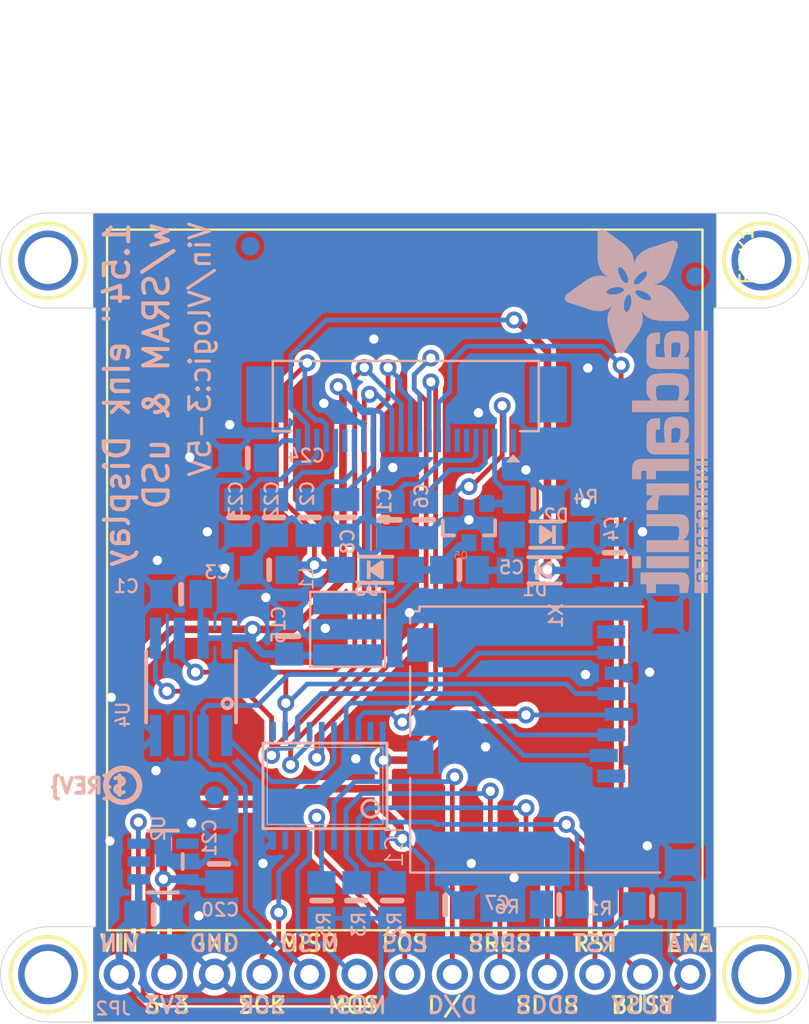
<source format=kicad_pcb>
(kicad_pcb (version 20221018) (generator pcbnew)
  (layers (0 "F.Cu" signal) (31 "B.Cu" signal) (34 "B.Paste" user) (35 "F.Paste" user) (36 "B.SilkS" user "B.Silkscreen") (37 "F.SilkS" user "F.Silkscreen") (38 "B.Mask" user) (39 "F.Mask" user) (44 "Edge.Cuts" user))
  (net 0 "")
  (net 1 "GND")
  (net 2 "3.3V")
  (net 3 "VGH")
  (net 4 "VGL")
  (net 5 "VIN")
  (net 6 "SCLK_3V")
  (net 7 "MOSI_3V")
  (net 8 "DISPCS_3V")
  (net 9 "SRAMCS_3V")
  (net 10 "RESET_3V")
  (net 11 "MISO")
  (net 12 "BUSY")
  (net 13 "RESET")
  (net 14 "SCLK")
  (net 15 "DISPCS")
  (net 16 "SRAMCS")
  (net 17 "SDCS_3V")
  (net 18 "SDCS")
  (net 19 "GDR")
  (net 20 "RESE")
  (net 21 "N$4")
  (net 22 "N$5")
  (net 23 "N$6")
  (net 24 "N$27")
  (net 25 "N$33")
  (net 26 "DC_3V")
  (net 27 "N$2")
  (net 28 "N$3")
  (net 29 "DC")
  (net 30 "MOSI")
  (net 31 "TSCL")
  (net 32 "TSDA")
  (net 33 "ENABLE")
  (net 34 "N$9")
  (footprint "working:MOUNTINGHOLE_2.5_PLATED" (layer "F.Cu") (at 129.4511 85.9536)
    (fp_text reference "U$5" hide)
    (fp_text value "MOUNTINGHOLE2.5" hide)
  )
  (footprint "working:MOUNTINGHOLE_2.5_PLATED" (layer "F.Cu") (at 129.4511 124.0536)
    (fp_text reference "U$3" hide)
    (fp_text value "MOUNTINGHOLE2.5" hide)
  )
  (footprint "working:MOUNTINGHOLE_2.5_PLATED" (layer "F.Cu") (at 167.5511 124.0536)
    (fp_text reference "U$4" hide)
    (fp_text value "MOUNTINGHOLE2.5" hide)
  )
  (footprint "working:MOUNTINGHOLE_2.5_PLATED" (layer "F.Cu") (at 167.5511 85.9536)
    (fp_text reference "U$6" hide)
    (fp_text value "MOUNTINGHOLE2.5" hide)
  )
  (footprint "working:EINK_154IN" (layer "F.Cu") (at 162.3041 92.0026 -90)
    (fp_text reference "EINK1")
    (fp_text value "EINK_EPD0231EINK_154IN_200X200")
  )
  (footprint "working:MICROSD" (layer "B.Cu") (at 148.8911 104.4732 -90)
    (fp_text reference "X1")
    (fp_text value "MICROSD")
  )
  (footprint "working:TSSOP20" (layer "B.Cu") (at 144.2447 113.9952 180)
    (fp_text reference "IC1")
    (fp_text value "74LVC245PW")
  )
  (footprint "working:0805-NO" (layer "B.Cu") (at 156.7561 120.3306 180)
    (fp_text reference "R6")
    (fp_text value "100K")
  )
  (footprint "working:0805-NO" (layer "B.Cu") (at 141.2621 102.4636 180)
    (fp_text reference "C3")
    (fp_text value "1uF/25V")
  )
  (footprint "working:0805-NO" (layer "B.Cu") (at 161.7091 120.4176 180)
    (fp_text reference "R1")
    (fp_text value "100K")
  )
  (footprint "working:FIDUCIAL_1MM" (layer "B.Cu") (at 140.2461 85.1916 180)
    (fp_text reference "FID3" hide)
    (fp_text value "FIDUCIAL_1MM" hide)
  )
  (footprint "working:FIDUCIAL_1MM" (layer "B.Cu") (at 138.3321 114.5166 90)
    (fp_text reference "FID2" hide)
    (fp_text value "FIDUCIAL_1MM" hide)
  )
  (footprint "working:0805-NO" (layer "B.Cu") (at 138.5851 118.1596 90)
    (fp_text reference "C21")
    (fp_text value "10µF")
  )
  (footprint "working:SOD-123" (layer "B.Cu") (at 146.9771 102.4636)
    (fp_text reference "D3")
    (fp_text value "MBR0530")
  )
  (footprint "working:0805-NO" (layer "B.Cu") (at 159.6771 101.5492 90)
    (fp_text reference "C4")
    (fp_text value "1uF/25V")
  )
  (footprint "working:0805-NO" (layer "B.Cu") (at 147.7391 99.7966 90)
    (fp_text reference "C16")
    (fp_text value "1uF/25V")
  )
  (footprint "working:0805-NO" (layer "B.Cu") (at 141.5161 99.6696 90)
    (fp_text reference "C22")
    (fp_text value "1uF/25V")
  )
  (footprint "working:ADAFRUIT_TEXT_20MM" (layer "B.Cu") (at 164.6751 84.1286 -90)
    (fp_text reference "U$28" hide)
    (fp_text value "" hide)
  )
  (footprint "working:INDUCTOR_4X4MM_NR401" (layer "B.Cu") (at 145.4531 105.6386 -90)
    (fp_text reference "L1")
    (fp_text value "10uH")
  )
  (footprint "working:0805-NO" (layer "B.Cu") (at 149.5171 99.7966 90)
    (fp_text reference "C6")
    (fp_text value "1uF/10V")
  )
  (footprint "working:0805_10MGAP" (layer "B.Cu") (at 155.3845 98.7044)
    (fp_text reference "R4")
    (fp_text value "0.47ohm")
  )
  (footprint "working:0805-NO" (layer "B.Cu") (at 140.1191 96.4946)
    (fp_text reference "C24")
    (fp_text value "1uF/6V")
  )
  (footprint "working:SOT23-3" (layer "B.Cu") (at 151.9301 99.9236)
    (fp_text reference "Q5")
    (fp_text value "IRLML0100")
  )
  (footprint "working:0805-NO" (layer "B.Cu") (at 144.0561 120.1166 -90)
    (fp_text reference "R5")
    (fp_text value "100K")
  )
  (footprint "working:SOD-123" (layer "B.Cu") (at 155.9687 102.489)
    (fp_text reference "D1")
    (fp_text value "MBR0530")
  )
  (footprint "working:SOT23-5" (layer "B.Cu") (at 135.5931 118.0326 90)
    (fp_text reference "U2")
    (fp_text value "MIC5225-3.3")
  )
  (footprint "working:0805-NO" (layer "B.Cu") (at 147.8261 120.1166 -90)
    (fp_text reference "R2")
    (fp_text value "100K")
  )
  (footprint "working:0805-NO" (layer "B.Cu") (at 145.9211 120.1166 -90)
    (fp_text reference "R3")
    (fp_text value "100K")
  )
  (footprint "working:FIDUCIAL_1MM" (layer "B.Cu") (at 164.0271 86.8106 180)
    (fp_text reference "FID1" hide)
    (fp_text value "FIDUCIAL_1MM" hide)
  )
  (footprint "working:PCBFEAT-REV-040" (layer "B.Cu") (at 133.4371 113.9676 180)
    (fp_text reference "U$9" hide)
    (fp_text value "" hide)
  )
  (footprint "working:0805-NO" (layer "B.Cu") (at 142.3249 106.0078 -90)
    (fp_text reference "C15")
    (fp_text value "10uF/10V+")
  )
  (footprint "working:0805_10MGAP" (layer "B.Cu") (at 136.5539 103.7602 180)
    (fp_text reference "C1")
    (fp_text value "1uF")
  )
  (footprint "working:0805-NO" (layer "B.Cu") (at 143.4211 99.6696 90)
    (fp_text reference "C2")
    (fp_text value "1uF/10V")
  )
  (footprint "working:0805-NO" (layer "B.Cu") (at 151.4221 102.4636)
    (fp_text reference "C5")
    (fp_text value "4.7uF/25V")
  )
  (footprint "working:SOD-123" (layer "B.Cu") (at 156.0703 100.584 180)
    (fp_text reference "D2")
    (fp_text value "MBR0530")
  )
  (footprint "working:0805-NO" (layer "B.Cu") (at 139.6111 99.6696 90)
    (fp_text reference "C23")
    (fp_text value "1uF/25V")
  )
  (footprint "working:0805-NO" (layer "B.Cu") (at 135.0911 120.8616)
    (fp_text reference "C20")
    (fp_text value "10µF")
  )
  (footprint "working:0805-NO" (layer "B.Cu") (at 145.3261 99.6696 -90)
    (fp_text reference "C8")
    (fp_text value "1uF")
  )
  (footprint "working:SOIC8_150MIL" (layer "B.Cu") (at 137.0921 108.7066 180)
    (fp_text reference "U4")
    (fp_text value "23K640-I/SN")
  )
  (footprint "working:1X13_ROUND_70" (layer "B.Cu") (at 148.5011 124.0536)
    (fp_text reference "JP2")
    (fp_text value "")
  )
  (footprint "working:0805-NO" (layer "B.Cu") (at 150.6601 120.3706)
    (fp_text reference "C7")
    (fp_text value "1uF")
  )
  (gr_line (start 131.9911 121.5136) (end 129.4511 121.5136) (stroke (width 0.05)) (layer "Edge.Cuts"))
  (gr_line (start 167.5511 121.5136) (end 165.0111 121.5136) (stroke (width 0.05)) (layer "Edge.Cuts"))
  (gr_arc (start 129.4511 126.5936) (mid 127.655049 125.849651) (end 126.911101 124.053599) (stroke (width 0.05)) (layer "Edge.Cuts"))
  (gr_arc (start 126.911101 124.053601) (mid 127.655049 122.257549) (end 129.4511 121.5136) (stroke (width 0.05)) (layer "Edge.Cuts"))
  (gr_arc (start 170.0911 85.9536) (mid 169.347151 87.749651) (end 167.5511 88.4936) (stroke (width 0.05)) (layer "Edge.Cuts"))
  (gr_line (start 129.4511 83.4136) (end 167.5511 83.4136) (stroke (width 0.05)) (layer "Edge.Cuts"))
  (gr_arc (start 167.5511 83.4136) (mid 169.347151 84.157549) (end 170.0911 85.9536) (stroke (width 0.05)) (layer "Edge.Cuts"))
  (gr_line (start 167.5511 126.5936) (end 129.4511 126.5936) (stroke (width 0.05)) (layer "Edge.Cuts"))
  (gr_line (start 165.0111 121.5136) (end 165.0111 88.4936) (stroke (width 0.05)) (layer "Edge.Cuts"))
  (gr_line (start 167.5511 88.4936) (end 165.0111 88.4936) (stroke (width 0.05)) (layer "Edge.Cuts"))
  (gr_line (start 131.9911 88.4936) (end 129.4511 88.4936) (stroke (width 0.05)) (layer "Edge.Cuts"))
  (gr_arc (start 126.9111 85.9536) (mid 127.655049 84.157548) (end 129.451101 83.413599) (stroke (width 0.05)) (layer "Edge.Cuts"))
  (gr_arc (start 170.0911 124.0536) (mid 169.347151 125.849651) (end 167.5511 126.5936) (stroke (width 0.05)) (layer "Edge.Cuts"))
  (gr_arc (start 167.5511 121.5136) (mid 169.347151 122.257549) (end 170.0911 124.0536) (stroke (width 0.05)) (layer "Edge.Cuts"))
  (gr_line (start 131.9911 88.4936) (end 131.9911 121.5136) (stroke (width 0.05)) (layer "Edge.Cuts"))
  (gr_arc (start 129.4511 88.4936) (mid 127.655049 87.749651) (end 126.911101 85.953599) (stroke (width 0.05)) (layer "Edge.Cuts"))
  (gr_text "1.54\" eInk Display\nw/SRAM & uSD" (at 132.3721 83.7946 -270) (layer "B.SilkS") (effects (font (size 1.31064 1.31064) (thickness 0.21336)) (justify left top mirror)))
  (gr_text "SCK" (at 140.8811 125.7046) (layer "B.SilkS") (effects (font (size 0.8636 0.8636) (thickness 0.1524)) (justify mirror)))
  (gr_text "ENA" (at 163.7411 122.4026) (layer "B.SilkS") (effects (font (size 0.8636 0.8636) (thickness 0.1524)) (justify mirror)))
  (gr_text "GND" (at 138.3411 122.4026) (layer "B.SilkS") (effects (font (size 0.8636 0.8636) (thickness 0.1524)) (justify mirror)))
  (gr_text "RST" (at 158.6611 122.4026) (layer "B.SilkS") (effects (font (size 0.8636 0.8636) (thickness 0.1524)) (justify mirror)))
  (gr_text "ECS" (at 148.5011 122.4026) (layer "B.SilkS") (effects (font (size 0.8636 0.8636) (thickness 0.1524)) (justify mirror)))
  (gr_text "SDCS" (at 156.1211 125.7046) (layer "B.SilkS") (effects (font (size 0.8636 0.8636) (thickness 0.1524)) (justify mirror)))
  (gr_text "D/C" (at 151.0411 125.7046) (layer "B.SilkS") (effects (font (size 0.8636 0.8636) (thickness 0.1524)) (justify mirror)))
  (gr_text "VIN" (at 133.2611 122.4026) (layer "B.SilkS") (effects (font (size 0.8636 0.8636) (thickness 0.1524)) (justify mirror)))
  (gr_text "Vin/Vlogic:3-5V" (at 138.2141 83.7946 -270) (layer "B.SilkS") (effects (font (size 1.1049 1.1049) (thickness 0.1651)) (justify left bottom mirror)))
  (gr_text "3V3" (at 135.8011 125.7046) (layer "B.SilkS") (effects (font (size 0.8636 0.8636) (thickness 0.1524)) (justify mirror)))
  (gr_text "MISO" (at 143.4211 122.4026) (layer "B.SilkS") (effects (font (size 0.8636 0.8636) (thickness 0.1524)) (justify mirror)))
  (gr_text "MOSI" (at 145.9611 125.7046) (layer "B.SilkS") (effects (font (size 0.8636 0.8636) (thickness 0.1524)) (justify mirror)))
  (gr_text "SRCS" (at 153.5811 122.4026) (layer "B.SilkS") (effects (font (size 0.8636 0.8636) (thickness 0.1524)) (justify mirror)))
  (gr_text "BUSY" (at 161.2011 125.7046) (layer "B.SilkS") (effects (font (size 0.8636 0.8636) (thickness 0.1524)) (justify mirror)))
  (gr_text "MISO" (at 143.4211 122.4026) (layer "F.SilkS") (effects (font (size 0.8636 0.8636) (thickness 0.1524))))
  (gr_text "ECS" (at 148.5011 122.4026) (layer "F.SilkS") (effects (font (size 0.8636 0.8636) (thickness 0.1524))))
  (gr_text "BUSY" (at 161.2011 125.7046) (layer "F.SilkS") (effects (font (size 0.8636 0.8636) (thickness 0.1524))))
  (gr_text "RST" (at 158.6611 122.4026) (layer "F.SilkS") (effects (font (size 0.8636 0.8636) (thickness 0.1524))))
  (gr_text "VIN" (at 133.2611 122.4026) (layer "F.SilkS") (effects (font (size 0.8636 0.8636) (thickness 0.1524))))
  (gr_text "ENA" (at 163.7411 122.4026) (layer "F.SilkS") (effects (font (size 0.8636 0.8636) (thickness 0.1524))))
  (gr_text "SRCS" (at 153.5811 122.4026) (layer "F.SilkS") (effects (font (size 0.8636 0.8636) (thickness 0.1524))))
  (gr_text "3V3" (at 135.8011 125.7046) (layer "F.SilkS") (effects (font (size 0.8636 0.8636) (thickness 0.1524))))
  (gr_text "SCK" (at 140.8811 125.7046) (layer "F.SilkS") (effects (font (size 0.8636 0.8636) (thickness 0.1524))))
  (gr_text "D/C" (at 151.0411 125.7046) (layer "F.SilkS") (effects (font (size 0.8636 0.8636) (thickness 0.1524))))
  (gr_text "SDCS" (at 156.1211 125.7046) (layer "F.SilkS") (effects (font (size 0.8636 0.8636) (thickness 0.1524))))
  (gr_text "MOSI" (at 145.9611 125.7046) (layer "F.SilkS") (effects (font (size 0.8636 0.8636) (thickness 0.1524))))
  (gr_text "GND" (at 138.3411 122.4026) (layer "F.SilkS") (effects (font (size 0.8636 0.8636) (thickness 0.1524))))
  (via (at 139.1539 94.7166) (size 0.9064) (drill 0.5) (layers "F.Cu" "B.Cu") (net 1))
  (via (at 141.0843 103.9368) (size 0.9064) (drill 0.5) (layers "F.Cu" "B.Cu") (net 1))
  (via (at 148.7551 104.7496) (size 0.9064) (drill 0.5) (layers "F.Cu" "B.Cu") (net 1))
  (via (at 146.8501 90.1446) (size 0.9064) (drill 0.5) (layers "F.Cu" "B.Cu") (net 1))
  (via (at 135.2931 101.9556) (size 0.9064) (drill 0.5) (layers "F.Cu" "B.Cu") (net 1))
  (via (at 158.1531 108.0516) (size 0.9064) (drill 0.5) (layers "F.Cu" "B.Cu") (net 1))
  (via (at 137.5029 120.9294) (size 0.9064) (drill 0.5) (layers "F.Cu" "B.Cu") (net 1))
  (via (at 137.9601 100.4316) (size 0.9064) (drill 0.5) (layers "F.Cu" "B.Cu") (net 1))
  (via (at 158.2801 91.694) (size 0.9064) (drill 0.5) (layers "F.Cu" "B.Cu") (net 1))
  (via (at 137.0203 96.4438) (size 0.9064) (drill 0.5) (layers "F.Cu" "B.Cu") (net 1))
  (via (at 154.9781 97.1296) (size 0.9064) (drill 0.5) (layers "F.Cu" "B.Cu") (net 1))
  (via (at 161.2011 100.4316) (size 0.9064) (drill 0.5) (layers "F.Cu" "B.Cu") (net 1))
  (via (at 132.7531 116.9416) (size 0.9064) (drill 0.5) (layers "F.Cu" "B.Cu") (net 1))
  (via (at 144.2593 105.5878) (size 0.9064) (drill 0.5) (layers "F.Cu" "B.Cu") (net 1))
  (via (at 137.1219 115.9764) (size 0.9064) (drill 0.5) (layers "F.Cu" "B.Cu") (net 1))
  (via (at 152.8191 111.9124) (size 0.9064) (drill 0.5) (layers "F.Cu" "B.Cu") (net 1))
  (via (at 152.4381 94.0816) (size 0.9064) (drill 0.5) (layers "F.Cu" "B.Cu") (net 1))
  (via (at 145.8849 112.5474) (size 0.9064) (drill 0.5) (layers "F.Cu" "B.Cu") (net 1))
  (via (at 152.0571 118.1354) (size 0.9064) (drill 0.5) (layers "F.Cu" "B.Cu") (net 1))
  (via (at 161.5821 107.9246) (size 0.9064) (drill 0.5) (layers "F.Cu" "B.Cu") (net 1))
  (via (at 154.3431 118.8974) (size 0.9064) (drill 0.5) (layers "F.Cu" "B.Cu") (net 1))
  (via (at 140.9319 118.1354) (size 0.9064) (drill 0.5) (layers "F.Cu" "B.Cu") (net 1))
  (via (at 138.8999 102.3874) (size 0.9064) (drill 0.5) (layers "F.Cu" "B.Cu") (net 1))
  (via (at 158.1531 98.9076) (size 0.9064) (drill 0.5) (layers "F.Cu" "B.Cu") (net 1))
  (via (at 161.4551 117.1956) (size 0.9064) (drill 0.5) (layers "F.Cu" "B.Cu") (net 1))
  (via (at 144.1831 93.5736) (size 0.9064) (drill 0.5) (layers "F.Cu" "B.Cu") (net 1))
  (via (at 135.2169 113.1824) (size 0.9064) (drill 0.5) (layers "F.Cu" "B.Cu") (net 1))
  (via (at 151.9301 99.7966) (size 0.9064) (drill 0.5) (layers "F.Cu" "B.Cu") (net 1))
  (via (at 132.8293 109.2708) (size 0.9064) (drill 0.5) (layers "F.Cu" "B.Cu") (net 1))
  (via (at 147.8661 97.0026) (size 0.9064) (drill 0.5) (layers "F.Cu" "B.Cu") (net 1))
  (segment (start 145.3261 94.5896) (end 144.3101 93.5736) (width 0.254) (layer "B.Cu") (net 1))
  (segment (start 140.3121 102.4636) (end 140.3121 102.0166) (width 0.4064) (layer "B.Cu") (net 1))
  (segment (start 141.1351 101.1936) (end 141.1351 100.8126) (width 0.4064) (layer "B.Cu") (net 1))
  (segment (start 146.3041 94.8056) (end 146.0881 94.5896) (width 0.254) (layer "B.Cu") (net 1))
  (segment (start 144.3101 93.5736) (end 144.1831 93.5736) (width 0.254) (layer "B.Cu") (net 1))
  (segment (start 150.8041 95.5626) (end 150.8041 94.5726) (width 0.254) (layer "B.Cu") (net 1))
  (segment (start 146.3041 95.5626) (end 146.3041 94.8056) (width 0.254) (layer "B.Cu") (net 1))
  (segment (start 140.3121 102.0166) (end 141.1351 101.1936) (width 0.4064) (layer "B.Cu") (net 1))
  (segment (start 150.8041 94.5726) (end 151.1681 94.2086) (width 0.254) (layer "B.Cu") (net 1))
  (segment (start 146.0881 94.5896) (end 145.3261 94.5896) (width 0.254) (layer "B.Cu") (net 1))
  (segment (start 134.0231 113.3856) (end 134.0231 107.6706) (width 0.4064) (layer "F.Cu") (net 2))
  (segment (start 135.6106 123.8631) (end 135.6106 118.9736) (width 0.4064) (layer "F.Cu") (net 2))
  (segment (start 135.6106 114.9731) (end 134.0231 113.3856) (width 0.4064) (layer "F.Cu") (net 2))
  (segment (start 145.1991 92.9386) (end 144.9451 92.6846) (width 0.4064) (layer "F.Cu") (net 2))
  (segment (start 134.0231 107.6706) (end 136.0551 105.6386) (width 0.4064) (layer "F.Cu") (net 2))
  (segment (start 136.0551 105.6386) (end 140.3731 105.6386) (width 0.4064) (layer "F.Cu") (net 2))
  (segment (start 151.2951 110.2106) (end 154.9781 110.2106) (width 0.4064) (layer "F.Cu") (net 2))
  (segment (start 151.2951 110.2106) (end 148.8821 112.6236) (width 0.4064) (layer "F.Cu") (net 2))
  (segment (start 140.3731 105.6386) (end 142.5321 105.6386) (width 0.4064) (layer "F.Cu") (net 2))
  (segment (start 135.6106 114.9731) (end 142.4686 114.9731) (width 0.4064) (layer "F.Cu") (net 2))
  (segment (start 148.2471 116.6876) (end 148.2471 116.1796) (width 0.4064) (layer "F.Cu") (net 2))
  (segment (start 148.3741 116.8146) (end 148.2471 116.6876) (width 0.4064) (layer "F.Cu") (net 2))
  (segment (start 148.2471 116.1796) (end 147.3581 115.2906) (width 0.4064) (layer "F.Cu") (net 2))
  (segment (start 147.3581 115.2906) (end 147.3581 114.1476) (width 0.4064) (layer "F.Cu") (net 2))
  (segment (start 147.3581 114.1476) (end 147.3581 112.6236) (width 0.4064) (layer "F.Cu") (net 2))
  (segment (start 148.8821 112.6236) (end 147.3581 112.6236) (width 0.4064) (layer "F.Cu") (net 2))
  (segment (start 143.2941 114.1476) (end 147.3581 114.1476) (width 0.4064) (layer "F.Cu") (net 2))
  (segment (start 142.4686 114.9731) (end 143.2941 114.1476) (width 0.4064) (layer "F.Cu") (net 2))
  (segment (start 142.5321 105.6386) (end 145.1991 102.9716) (width 0.4064) (layer "F.Cu") (net 2))
  (segment (start 145.1991 102.9716) (end 145.1991 92.9386) (width 0.4064) (layer "F.Cu") (net 2))
  (segment (start 135.8011 124.0536) (end 135.6106 123.8631) (width 0.4064) (layer "F.Cu") (net 2))
  (segment (start 135.6106 118.9736) (end 135.6106 114.9731) (width 0.4064) (layer "F.Cu") (net 2))
  (via (at 148.3741 116.8146) (size 0.9064) (drill 0.5) (layers "F.Cu" "B.Cu") (net 2))
  (via (at 144.9451 92.6846) (size 0.9064) (drill 0.5) (layers "F.Cu" "B.Cu") (net 2))
  (via (at 154.9781 110.2106) (size 0.9064) (drill 0.5) (layers "F.Cu" "B.Cu") (net 2))
  (via (at 147.3581 112.6236) (size 0.9064) (drill 0.5) (layers "F.Cu" "B.Cu") (net 2))
  (via (at 140.3731 105.6386) (size 0.9064) (drill 0.5) (layers "F.Cu" "B.Cu") (net 2))
  (via (at 135.6106 118.9736) (size 0.9064) (drill 0.5) (layers "F.Cu" "B.Cu") (net 2))
  (segment (start 146.8041 95.5626) (end 146.8041 96.9216) (width 0.254) (layer "B.Cu") (net 2))
  (segment (start 140.3331 106.1066) (end 140.3731 106.1466) (width 0.4064) (layer "B.Cu") (net 2))
  (segment (start 144.9451 92.6496) (end 144.9451 92.6846) (width 0.4064) (layer "B.Cu") (net 2))
  (segment (start 147.3041 94.1546) (end 147.3041 95.5626) (width 0.254) (layer "B.Cu") (net 2))
  (segment (start 147.1501 94.0006) (end 146.8041 94.0006) (width 0.254) (layer "B.Cu") (net 2))
  (segment (start 145.4531 107.0386) (end 142.4057 107.0386) (width 0.4064) (layer "B.Cu") (net 2))
  (segment (start 149.7101 120.3706) (end 149.7101 118.1506) (width 0.254) (layer "B.Cu") (net 2))
  (segment (start 149.7101 118.1506) (end 148.3741 116.8146) (width 0.254) (layer "B.Cu") (net 2))
  (segment (start 137.0202 119.1096) (end 136.8932 118.9826) (width 0.4064) (layer "B.Cu") (net 2))
  (segment (start 146.8041 96.9216) (end 145.3261 98.3996) (width 0.254) (layer "B.Cu") (net 2))
  (segment (start 147.4181 116.8146) (end 148.3741 116.8146) (width 0.254) (layer "B.Cu") (net 2))
  (segment (start 147.3197 111.0774) (end 147.3197 112.6236) (width 0.3048) (layer "B.Cu") (net 2))
  (segment (start 146.8041 95.5626) (end 146.8041 94.0006) (width 0.254) (layer "B.Cu") (net 2))
  (segment (start 159.9311 110.2106) (end 154.9781 110.2106) (width 0.254) (layer "B.Cu") (net 2))
  (segment (start 138.5851 119.1096) (end 137.0202 119.1096) (width 0.4064) (layer "B.Cu") (net 2))
  (segment (start 137.7271 106.1066) (end 137.6039 105.9834) (width 0.3048) (layer "B.Cu") (net 2))
  (segment (start 136.8842 118.9736) (end 135.6106 118.9736) (width 0.4064) (layer "B.Cu") (net 2))
  (segment (start 147.3197 112.6236) (end 147.3581 112.6236) (width 0.3048) (layer "B.Cu") (net 2))
  (segment (start 140.3731 106.1466) (end 140.3731 105.6386) (width 0.4064) (layer "B.Cu") (net 2))
  (segment (start 136.8932 118.9826) (end 136.8842 118.9736) (width 0.4064) (layer "B.Cu") (net 2))
  (segment (start 142.3249 106.9578) (end 140.9303 106.9578) (width 0.4064) (layer "B.Cu") (net 2))
  (segment (start 140.9303 106.9578) (end 140.3731 106.4006) (width 0.4064) (layer "B.Cu") (net 2))
  (segment (start 147.3041 94.1546) (end 147.1501 94.0006) (width 0.254) (layer "B.Cu") (net 2))
  (segment (start 147.3197 116.913) (end 147.4181 116.8146) (width 0.254) (layer "B.Cu") (net 2))
  (segment (start 138.9971 106.1066) (end 140.3331 106.1066) (width 0.4064) (layer "B.Cu") (net 2))
  (segment (start 140.3731 106.4006) (end 140.3731 106.1466) (width 0.4064) (layer "B.Cu") (net 2))
  (segment (start 142.4057 107.0386) (end 142.3249 106.9578) (width 0.4064) (layer "B.Cu") (net 2))
  (segment (start 138.9971 106.1066) (end 137.7271 106.1066) (width 0.3048) (layer "B.Cu") (net 2))
  (segment (start 146.2611 94.0006) (end 144.9451 92.6846) (width 0.4064) (layer "B.Cu") (net 2))
  (segment (start 137.6039 105.9834) (end 137.6039 103.7602) (width 0.3048) (layer "B.Cu") (net 2))
  (segment (start 146.8041 94.0006) (end 146.2611 94.0006) (width 0.4064) (layer "B.Cu") (net 2))
  (segment (start 145.3261 98.3996) (end 145.3261 98.7196) (width 0.254) (layer "B.Cu") (net 2))
  (segment (start 159.9311 110.1732) (end 159.9311 110.2106) (width 0.254) (layer "B.Cu") (net 2))
  (segment (start 143.6751 102.2096) (end 143.6751 100.4316) (width 0.254) (layer "F.Cu") (net 3))
  (segment (start 142.1511 98.9076) (end 142.1511 92.5576) (width 0.254) (layer "F.Cu") (net 3))
  (segment (start 143.6751 100.4316) (end 142.1511 98.9076) (width 0.254) (layer "F.Cu") (net 3))
  (segment (start 142.1511 92.5576) (end 143.2941 91.4146) (width 0.254) (layer "F.Cu") (net 3))
  (via (at 143.2941 91.4146) (size 0.9064) (drill 0.5) (layers "F.Cu" "B.Cu") (net 3))
  (via (at 143.6751 102.2096) (size 0.9064) (drill 0.5) (layers "F.Cu" "B.Cu") (net 3))
  (segment (start 143.7259 94.4626) (end 143.1671 93.9038) (width 0.254) (layer "B.Cu") (net 3))
  (segment (start 144.8181 102.4636) (end 144.5641 102.2096) (width 0.4064) (layer "B.Cu") (net 3))
  (segment (start 144.3041 94.7106) (end 144.0561 94.4626) (width 0.254) (layer "B.Cu") (net 3))
  (segment (start 144.5641 102.2096) (end 143.6751 102.2096) (width 0.4064) (layer "B.Cu") (net 3))
  (segment (start 142.2121 102.4636) (end 142.2121 102.3366) (width 0.4064) (layer "B.Cu") (net 3))
  (segment (start 143.1671 93.9038) (end 143.1671 91.7956) (width 0.254) (layer "B.Cu") (net 3))
  (segment (start 143.2941 91.6686) (end 143.2941 91.4146) (width 0.254) (layer "B.Cu") (net 3))
  (segment (start 144.3041 95.5626) (end 144.3041 94.7106) (width 0.254) (layer "B.Cu") (net 3))
  (segment (start 143.1671 91.7956) (end 143.2941 91.6686) (width 0.254) (layer "B.Cu") (net 3))
  (segment (start 142.2121 102.3366) (end 142.4051 102.3366) (width 0.4064) (layer "B.Cu") (net 3))
  (segment (start 142.5321 102.2096) (end 143.6751 102.2096) (width 0.4064) (layer "B.Cu") (net 3))
  (segment (start 144.0561 94.4626) (end 143.7259 94.4626) (width 0.254) (layer "B.Cu") (net 3))
  (segment (start 142.4051 102.3366) (end 142.5321 102.2096) (width 0.4064) (layer "B.Cu") (net 3))
  (segment (start 145.1271 102.4636) (end 144.8181 102.4636) (width 0.4064) (layer "B.Cu") (net 3))
  (segment (start 156.1211 90.7796) (end 154.4701 89.1286) (width 0.4064) (layer "F.Cu") (net 4))
  (segment (start 154.3431 89.1286) (end 154.4701 89.1286) (width 0.254) (layer "F.Cu") (net 4))
  (segment (start 156.1211 102.4636) (end 156.1211 90.7796) (width 0.4064) (layer "F.Cu") (net 4))
  (via (at 156.1211 102.4636) (size 0.9064) (drill 0.5) (layers "F.Cu" "B.Cu") (net 4))
  (via (at 154.3431 89.1286) (size 0.9064) (drill 0.5) (layers "F.Cu" "B.Cu") (net 4))
  (segment (start 144.3101 89.1286) (end 154.3431 89.1286) (width 0.254) (layer "B.Cu") (net 4))
  (segment (start 143.3041 95.5626) (end 143.3041 94.7266) (width 0.254) (layer "B.Cu") (net 4))
  (segment (start 159.6771 102.4992) (end 157.8289 102.4992) (width 0.4064) (layer "B.Cu") (net 4))
  (segment (start 157.8187 102.489) (end 156.1465 102.489) (width 0.4064) (layer "B.Cu") (net 4))
  (segment (start 142.4151 93.8376) (end 142.4151 91.0236) (width 0.254) (layer "B.Cu") (net 4))
  (segment (start 156.1465 102.489) (end 156.1211 102.4636) (width 0.4064) (layer "B.Cu") (net 4))
  (segment (start 157.8289 102.4992) (end 157.8187 102.489) (width 0.4064) (layer "B.Cu") (net 4))
  (segment (start 142.4151 91.0236) (end 144.3101 89.1286) (width 0.254) (layer "B.Cu") (net 4))
  (segment (start 143.3041 94.7266) (end 142.4151 93.8376) (width 0.254) (layer "B.Cu") (net 4))
  (segment (start 134.5946 125.4506) (end 133.2611 124.1171) (width 0.254) (layer "B.Cu") (net 5))
  (segment (start 147.8261 121.0666) (end 147.1041 121.0666) (width 0.254) (layer "B.Cu") (net 5))
  (segment (start 145.9211 121.0666) (end 144.0561 121.0666) (width 0.254) (layer "B.Cu") (net 5))
  (segment (start 134.293 120.7097) (end 134.1411 120.8616) (width 0.4064) (layer "B.Cu") (net 5))
  (segment (start 155.8061 120.3306) (end 155.8061 121.6406) (width 0.254) (layer "B.Cu") (net 5))
  (segment (start 155.8061 121.6406) (end 147.8261 121.6406) (width 0.254) (layer "B.Cu") (net 5))
  (segment (start 146.8501 125.4506) (end 147.2311 125.0696) (width 0.254) (layer "B.Cu") (net 5))
  (segment (start 133.2611 121.7416) (end 134.1411 120.8616) (width 0.4064) (layer "B.Cu") (net 5))
  (segment (start 159.5361 121.6406) (end 155.8061 121.6406) (width 0.254) (layer "B.Cu") (net 5))
  (segment (start 146.8501 125.4506) (end 134.5946 125.4506) (width 0.254) (layer "B.Cu") (net 5))
  (segment (start 147.2311 125.0696) (end 147.2311 121.1936) (width 0.254) (layer "B.Cu") (net 5))
  (segment (start 133.2611 124.1171) (end 133.2611 124.0536) (width 0.254) (layer "B.Cu") (net 5))
  (segment (start 134.293 118.9826) (end 134.293 120.7097) (width 0.4064) (layer "B.Cu") (net 5))
  (segment (start 147.1041 121.0666) (end 145.9211 121.0666) (width 0.254) (layer "B.Cu") (net 5))
  (segment (start 133.2611 124.0536) (end 133.2611 121.7416) (width 0.4064) (layer "B.Cu") (net 5))
  (segment (start 147.2311 121.1936) (end 147.1041 121.0666) (width 0.254) (layer "B.Cu") (net 5))
  (segment (start 159.5361 121.6406) (end 160.7591 120.4176) (width 0.254) (layer "B.Cu") (net 5))
  (segment (start 147.8261 121.6406) (end 147.8261 121.0666) (width 0.254) (layer "B.Cu") (net 5))
  (segment (start 144.6911 107.9246) (end 142.1511 107.9246) (width 0.254) (layer "F.Cu") (net 6))
  (segment (start 145.8341 92.1766) (end 146.3421 91.6686) (width 0.254) (layer "F.Cu") (net 6))
  (segment (start 144.6911 107.9246) (end 145.8341 106.7816) (width 0.254) (layer "F.Cu") (net 6))
  (segment (start 145.8341 106.7816) (end 145.8341 92.1766) (width 0.254) (layer "F.Cu") (net 6))
  (segment (start 142.1511 109.5756) (end 142.1511 107.9246) (width 0.254) (layer "F.Cu") (net 6))
  (segment (start 142.1511 107.9246) (end 137.3251 107.9246) (width 0.254) (layer "F.Cu") (net 6))
  (via (at 142.1511 109.5756) (size 0.9064) (drill 0.5) (layers "F.Cu" "B.Cu") (net 6))
  (via (at 146.3421 91.6686) (size 0.9064) (drill 0.5) (layers "F.Cu" "B.Cu") (net 6))
  (via (at 137.3251 107.9246) (size 0.9064) (drill 0.5) (layers "F.Cu" "B.Cu") (net 6))
  (segment (start 157.1371 108.5596) (end 157.6507 109.0732) (width 0.254) (layer "B.Cu") (net 6))
  (segment (start 142.1197 109.734) (end 142.1197 109.607) (width 0.254) (layer "B.Cu") (net 6))
  (segment (start 148.3041 93.6306) (end 148.3041 95.5626) (width 0.254) (layer "B.Cu") (net 6))
  (segment (start 142.1197 109.607) (end 142.1511 109.5756) (width 0.254) (layer "B.Cu") (net 6))
  (segment (start 143.2941 108.5596) (end 157.1371 108.5596) (width 0.254) (layer "B.Cu") (net 6))
  (segment (start 137.3251 107.9246) (end 136.4571 107.0566) (width 0.254) (layer "B.Cu") (net 6))
  (segment (start 142.1197 109.734) (end 143.2941 108.5596) (width 0.254) (layer "B.Cu") (net 6))
  (segment (start 142.1197 111.0774) (end 142.1197 109.734) (width 0.254) (layer "B.Cu") (net 6))
  (segment (start 157.6507 109.0732) (end 159.5311 109.0732) (width 0.254) (layer "B.Cu") (net 6))
  (segment (start 146.3421 91.6686) (end 148.3041 93.6306) (width 0.254) (layer "B.Cu") (net 6))
  (segment (start 136.4571 107.0566) (end 136.4571 106.1066) (width 0.254) (layer "B.Cu") (net 6))
  (segment (start 141.3891 112.1156) (end 141.3891 112.3696) (width 0.254) (layer "F.Cu") (net 7))
  (segment (start 135.8011 108.9406) (end 139.9921 108.9406) (width 0.254) (layer "F.Cu") (net 7))
  (segment (start 146.3421 107.1626) (end 141.3891 112.1156) (width 0.254) (layer "F.Cu") (net 7))
  (segment (start 139.9921 108.9406) (end 141.3891 110.3376) (width 0.254) (layer "F.Cu") (net 7))
  (segment (start 146.3421 107.1626) (end 146.3421 93.3704) (width 0.254) (layer "F.Cu") (net 7))
  (segment (start 146.3421 93.3704) (end 146.6215 93.091) (width 0.254) (layer "F.Cu") (net 7))
  (segment (start 141.3891 110.3376) (end 141.3891 112.1156) (width 0.254) (layer "F.Cu") (net 7))
  (via (at 146.6215 93.091) (size 0.9064) (drill 0.5) (layers "F.Cu" "B.Cu") (net 7))
  (via (at 135.8011 108.9406) (size 0.9064) (drill 0.5) (layers "F.Cu" "B.Cu") (net 7))
  (via (at 141.3891 112.3696) (size 0.9064) (drill 0.5) (layers "F.Cu" "B.Cu") (net 7))
  (segment (start 154.5167 111.2732) (end 152.3111 109.0676) (width 0.254) (layer "B.Cu") (net 7))
  (segment (start 147.8041 93.8926) (end 147.0025 93.091) (width 0.254) (layer "B.Cu") (net 7))
  (segment (start 142.7697 111.624) (end 142.4051 111.9886) (width 0.254) (layer "B.Cu") (net 7))
  (segment (start 144.0561 109.0676) (end 142.7697 110.354) (width 0.254) (layer "B.Cu") (net 7))
  (segment (start 142.7697 111.0774) (end 142.7697 111.624) (width 0.254) (layer "B.Cu") (net 7))
  (segment (start 147.0025 93.091) (end 146.6215 93.091) (width 0.254) (layer "B.Cu") (net 7))
  (segment (start 152.3111 109.0676) (end 144.0561 109.0676) (width 0.254) (layer "B.Cu") (net 7))
  (segment (start 141.7701 111.9886) (end 141.3891 112.3696) (width 0.254) (layer "B.Cu") (net 7))
  (segment (start 147.8041 93.8926) (end 147.8041 95.5626) (width 0.254) (layer "B.Cu") (net 7))
  (segment (start 142.4051 111.9886) (end 141.7701 111.9886) (width 0.254) (layer "B.Cu") (net 7))
  (segment (start 135.1871 106.1066) (end 135.1871 108.3266) (width 0.254) (layer "B.Cu") (net 7))
  (segment (start 159.5311 111.2732) (end 154.5167 111.2732) (width 0.254) (layer "B.Cu") (net 7))
  (segment (start 135.1871 108.3266) (end 135.8011 108.9406) (width 0.254) (layer "B.Cu") (net 7))
  (segment (start 142.7697 111.0774) (end 142.7697 110.354) (width 0.254) (layer "B.Cu") (net 7))
  (segment (start 147.6121 93.3196) (end 146.8501 94.0816) (width 0.254) (layer "F.Cu") (net 8))
  (segment (start 146.8501 94.0816) (end 146.8501 107.4166) (width 0.254) (layer "F.Cu") (net 8))
  (segment (start 146.8501 107.4166) (end 142.4051 111.8616) (width 0.254) (layer "F.Cu") (net 8))
  (segment (start 142.4051 111.8616) (end 142.4051 112.8776) (width 0.254) (layer "F.Cu") (net 8))
  (segment (start 147.6121 91.6686) (end 147.6121 93.3196) (width 0.254) (layer "F.Cu") (net 8))
  (via (at 147.6121 91.6686) (size 0.9064) (drill 0.5) (layers "F.Cu" "B.Cu") (net 8))
  (via (at 142.4051 112.8776) (size 0.9064) (drill 0.5) (layers "F.Cu" "B.Cu") (net 8))
  (segment (start 148.8041 95.5626) (end 148.8041 93.3686) (width 0.254) (layer "B.Cu") (net 8))
  (segment (start 143.4197 111.736) (end 143.4197 111.0774) (width 0.254) (layer "B.Cu") (net 8))
  (segment (start 148.2471 92.3036) (end 147.6121 91.6686) (width 0.254) (layer "B.Cu") (net 8))
  (segment (start 148.2471 92.8116) (end 148.2471 92.3036) (width 0.254) (layer "B.Cu") (net 8))
  (segment (start 147.9151 91.9716) (end 147.6121 91.6686) (width 0.254) (layer "B.Cu") (net 8))
  (segment (start 142.4051 112.7506) (end 143.4197 111.736) (width 0.254) (layer "B.Cu") (net 8))
  (segment (start 142.4051 112.8776) (end 142.4051 112.7506) (width 0.254) (layer "B.Cu") (net 8))
  (segment (start 148.8041 93.3686) (end 148.2471 92.8116) (width 0.254) (layer "B.Cu") (net 8))
  (segment (start 144.7197 111.0774) (end 144.7197 112.722) (width 0.254) (layer "B.Cu") (net 9))
  (segment (start 144.7197 112.722) (end 143.6751 113.7666) (width 0.254) (layer "B.Cu") (net 9))
  (segment (start 138.9291 111.3066) (end 138.9971 111.3066) (width 0.254) (layer "B.Cu") (net 9))
  (segment (start 138.9761 111.3276) (end 138.9971 111.3066) (width 0.254) (layer "B.Cu") (net 9))
  (segment (start 143.6751 113.7666) (end 141.3891 113.7666) (width 0.254) (layer "B.Cu") (net 9))
  (segment (start 141.3891 113.7666) (end 138.9291 111.3066) (width 0.254) (layer "B.Cu") (net 9))
  (segment (start 150.1521 108.8136) (end 150.1521 92.6846) (width 0.254) (layer "F.Cu") (net 10))
  (segment (start 150.1521 92.6846) (end 149.8981 92.4306) (width 0.254) (layer "F.Cu") (net 10))
  (segment (start 148.3741 110.5916) (end 150.1521 108.8136) (width 0.254) (layer "F.Cu") (net 10))
  (via (at 148.3741 110.5916) (size 0.9064) (drill 0.5) (layers "F.Cu" "B.Cu") (net 10))
  (via (at 149.8981 92.4306) (size 0.9064) (drill 0.5) (layers "F.Cu" "B.Cu") (net 10))
  (segment (start 148.2471 110.5916) (end 148.3741 110.5916) (width 0.254) (layer "B.Cu") (net 10))
  (segment (start 146.0197 111.0774) (end 146.0197 110.406) (width 0.254) (layer "B.Cu") (net 10))
  (segment (start 149.8981 92.4306) (end 149.8041 92.5246) (width 0.254) (layer "B.Cu") (net 10))
  (segment (start 146.0197 110.406) (end 146.3421 110.0836) (width 0.254) (layer "B.Cu") (net 10))
  (segment (start 146.3421 110.0836) (end 147.7391 110.0836) (width 0.254) (layer "B.Cu") (net 10))
  (segment (start 147.7391 110.0836) (end 148.2471 110.5916) (width 0.254) (layer "B.Cu") (net 10))
  (segment (start 149.8041 95.5626) (end 149.8041 92.5246) (width 0.254) (layer "B.Cu") (net 10))
  (segment (start 142.2781 108.0516) (end 151.2951 108.0516) (width 0.254) (layer "B.Cu") (net 11))
  (segment (start 139.9921 114.0206) (end 138.8491 112.8776) (width 0.254) (layer "B.Cu") (net 11))
  (segment (start 138.2141 112.8776) (end 137.7061 112.3696) (width 0.254) (layer "B.Cu") (net 11))
  (segment (start 142.2781 108.0516) (end 140.6271 109.7026) (width 0.254) (layer "B.Cu") (net 11))
  (segment (start 137.7271 112.3189) (end 137.7271 111.3066) (width 0.254) (layer "B.Cu") (net 11))
  (segment (start 137.7271 110.0073) (end 137.7271 111.3066) (width 0.254) (layer "B.Cu") (net 11))
  (segment (start 137.7061 109.9566) (end 137.7061 109.956599) (width 0.254) (layer "B.Cu") (net 11))
  (segment (start 151.2951 108.0516) (end 152.4381 106.9086) (width 0.254) (layer "B.Cu") (net 11))
  (segment (start 137.7061 112.3696) (end 137.7271 112.3189) (width 0.254) (layer "B.Cu") (net 11))
  (segment (start 139.9921 114.0206) (end 139.9921 120.6246) (width 0.254) (layer "B.Cu") (net 11))
  (segment (start 137.7061 112.3696) (end 137.7061 112.3696) (width 0.254) (layer "B.Cu") (net 11))
  (segment (start 159.5311 106.8732) (end 158.8235 106.8732) (width 0.254) (layer "B.Cu") (net 11))
  (segment (start 158.7881 106.9086) (end 158.8235 106.8732) (width 0.254) (layer "B.Cu") (net 11))
  (segment (start 137.9601 109.7026) (end 137.7061 109.9566) (width 0.254) (layer "B.Cu") (net 11))
  (segment (start 137.7061 109.956599) (end 137.7271 110.0073) (width 0.254) (layer "B.Cu") (net 11))
  (segment (start 140.6271 109.7026) (end 137.9601 109.7026) (width 0.254) (layer "B.Cu") (net 11))
  (segment (start 138.8491 112.8776) (end 138.2141 112.8776) (width 0.254) (layer "B.Cu") (net 11))
  (segment (start 139.9921 120.6246) (end 143.4211 124.0536) (width 0.254) (layer "B.Cu") (net 11))
  (segment (start 152.4381 106.9086) (end 158.7881 106.9086) (width 0.254) (layer "B.Cu") (net 11))
  (segment (start 161.1376 124.0536) (end 161.2011 124.0536) (width 0.254) (layer "F.Cu") (net 12))
  (segment (start 160.0581 122.9741) (end 161.1376 124.0536) (width 0.254) (layer "F.Cu") (net 12))
  (segment (start 160.0581 91.5416) (end 160.0581 122.9741) (width 0.254) (layer "F.Cu") (net 12))
  (via (at 160.0581 91.5416) (size 0.9064) (drill 0.5) (layers "F.Cu" "B.Cu") (net 12))
  (segment (start 150.3041 93.5486) (end 150.9141 92.9386) (width 0.254) (layer "B.Cu") (net 12))
  (segment (start 151.8031 90.5256) (end 159.0421 90.5256) (width 0.254) (layer "B.Cu") (net 12))
  (segment (start 150.9141 91.4146) (end 151.8031 90.5256) (width 0.254) (layer "B.Cu") (net 12))
  (segment (start 150.9141 92.9386) (end 150.9141 91.4146) (width 0.254) (layer "B.Cu") (net 12))
  (segment (start 150.3041 95.5626) (end 150.3041 93.5486) (width 0.254) (layer "B.Cu") (net 12))
  (segment (start 159.0421 90.5256) (end 160.0581 91.5416) (width 0.254) (layer "B.Cu") (net 12))
  (segment (start 157.1371 116.0526) (end 158.6611 117.5766) (width 0.254) (layer "F.Cu") (net 13))
  (segment (start 158.6611 117.5766) (end 158.6611 124.0536) (width 0.254) (layer "F.Cu") (net 13))
  (via (at 157.1371 116.0526) (size 0.9064) (drill 0.5) (layers "F.Cu" "B.Cu") (net 13))
  (segment (start 146.6697 116.106) (end 146.8501 115.9256) (width 0.254) (layer "B.Cu") (net 13))
  (segment (start 150.0251 115.9256) (end 150.1521 116.0526) (width 0.254) (layer "B.Cu") (net 13))
  (segment (start 150.1521 116.0526) (end 157.1371 116.0526) (width 0.254) (layer "B.Cu") (net 13))
  (segment (start 146.8501 115.9256) (end 150.0251 115.9256) (width 0.254) (layer "B.Cu") (net 13))
  (segment (start 146.6697 116.913) (end 146.6697 116.106) (width 0.254) (layer "B.Cu") (net 13))
  (segment (start 157.7061 116.6216) (end 157.1371 116.0526) (width 0.254) (layer "B.Cu") (net 13))
  (segment (start 157.7061 120.3306) (end 157.7061 116.6216) (width 0.254) (layer "B.Cu") (net 13))
  (segment (start 141.7701 122.2121) (end 140.8811 123.1011) (width 0.254) (layer "F.Cu") (net 14))
  (segment (start 141.7701 120.7516) (end 141.7701 122.2121) (width 0.254) (layer "F.Cu") (net 14))
  (segment (start 140.8811 123.1011) (end 140.8811 124.0536) (width 0.254) (layer "F.Cu") (net 14))
  (via (at 141.7701 120.7516) (size 0.9064) (drill 0.5) (layers "F.Cu" "B.Cu") (net 14))
  (segment (start 142.7697 116.913) (end 142.7697 117.593) (width 0.254) (layer "B.Cu") (net 14))
  (segment (start 141.7701 118.5926) (end 141.7701 120.7516) (width 0.254) (layer "B.Cu") (net 14))
  (segment (start 142.7697 117.593) (end 141.7701 118.5926) (width 0.254) (layer "B.Cu") (net 14))
  (segment (start 143.8021 117.5766) (end 148.5011 122.2756) (width 0.254) (layer "F.Cu") (net 15))
  (segment (start 148.5011 122.2756) (end 148.5011 124.0536) (width 0.254) (layer "F.Cu") (net 15))
  (segment (start 143.8021 115.6716) (end 143.8021 117.5766) (width 0.254) (layer "F.Cu") (net 15))
  (via (at 143.8021 115.6716) (size 0.9064) (drill 0.5) (layers "F.Cu" "B.Cu") (net 15))
  (segment (start 144.0697 116.913) (end 144.0697 115.9392) (width 0.254) (layer "B.Cu") (net 15))
  (segment (start 144.0697 115.9392) (end 143.8021 115.6716) (width 0.254) (layer "B.Cu") (net 15))
  (segment (start 144.0561 116.9266) (end 144.0561 119.1666) (width 0.254) (layer "B.Cu") (net 15))
  (segment (start 144.0697 116.913) (end 144.0561 116.9266) (width 0.254) (layer "B.Cu") (net 15))
  (segment (start 153.5811 124.0536) (end 153.5811 119.8626) (width 0.254) (layer "F.Cu") (net 16))
  (segment (start 153.5811 119.8626) (end 153.0731 119.3546) (width 0.254) (layer "F.Cu") (net 16))
  (segment (start 153.0731 119.3546) (end 153.0731 114.2746) (width 0.254) (layer "F.Cu") (net 16))
  (via (at 153.0731 114.2746) (size 0.9064) (drill 0.5) (layers "F.Cu" "B.Cu") (net 16))
  (segment (start 145.3697 116.913) (end 145.3697 117.7472) (width 0.254) (layer "B.Cu") (net 16))
  (segment (start 145.3697 116.913) (end 145.3697 115.247) (width 0.254) (layer "B.Cu") (net 16))
  (segment (start 146.2151 114.4016) (end 152.9461 114.4016) (width 0.254) (layer "B.Cu") (net 16))
  (segment (start 145.3697 115.247) (end 146.2151 114.4016) (width 0.254) (layer "B.Cu") (net 16))
  (segment (start 145.9211 118.2986) (end 145.9211 119.1666) (width 0.254) (layer "B.Cu") (net 16))
  (segment (start 145.3697 117.7472) (end 145.9211 118.2986) (width 0.254) (layer "B.Cu") (net 16))
  (segment (start 152.9461 114.4016) (end 153.0731 114.2746) (width 0.254) (layer "B.Cu") (net 16))
  (segment (start 152.0571 109.5756) (end 154.8547 112.3732) (width 0.254) (layer "B.Cu") (net 17))
  (segment (start 154.8547 112.3732) (end 159.1311 112.3732) (width 0.254) (layer "B.Cu") (net 17))
  (segment (start 152.0571 109.5756) (end 145.5801 109.5756) (width 0.254) (layer "B.Cu") (net 17))
  (segment (start 145.3697 111.0774) (end 145.3697 109.786) (width 0.254) (layer "B.Cu") (net 17))
  (segment (start 145.3697 109.786) (end 145.5801 109.5756) (width 0.254) (layer "B.Cu") (net 17))
  (segment (start 156.1211 118.7196) (end 154.9781 117.5766) (width 0.254) (layer "F.Cu") (net 18))
  (segment (start 154.9781 117.5766) (end 154.9781 115.1636) (width 0.254) (layer "F.Cu") (net 18))
  (segment (start 156.1211 124.0536) (end 156.1211 118.7196) (width 0.254) (layer "F.Cu") (net 18))
  (via (at 154.9781 115.1636) (size 0.9064) (drill 0.5) (layers "F.Cu" "B.Cu") (net 18))
  (segment (start 146.5961 118.2116) (end 147.3581 118.2116) (width 0.254) (layer "B.Cu") (net 18))
  (segment (start 147.7391 119.0796) (end 147.8261 119.1666) (width 0.254) (layer "B.Cu") (net 18))
  (segment (start 146.0197 116.913) (end 146.0197 115.74) (width 0.254) (layer "B.Cu") (net 18))
  (segment (start 146.0197 115.74) (end 146.5961 115.1636) (width 0.254) (layer "B.Cu") (net 18))
  (segment (start 146.0197 117.6352) (end 146.5961 118.2116) (width 0.254) (layer "B.Cu") (net 18))
  (segment (start 147.7391 118.5926) (end 147.7391 119.0796) (width 0.254) (layer "B.Cu") (net 18))
  (segment (start 147.3581 118.2116) (end 147.7391 118.5926) (width 0.254) (layer "B.Cu") (net 18))
  (segment (start 146.0197 116.913) (end 146.0197 117.6352) (width 0.254) (layer "B.Cu") (net 18))
  (segment (start 146.5961 115.1636) (end 154.9781 115.1636) (width 0.254) (layer "B.Cu") (net 18))
  (segment (start 153.7081 96.3676) (end 152.0571 98.0186) (width 0.254) (layer "F.Cu") (net 19))
  (segment (start 153.7081 96.3676) (end 153.7081 93.7006) (width 0.254) (layer "F.Cu") (net 19))
  (segment (start 152.0571 98.0186) (end 151.9301 98.0186) (width 0.254) (layer "F.Cu") (net 19))
  (via (at 151.9301 98.0186) (size 0.9064) (drill 0.5) (layers "F.Cu" "B.Cu") (net 19))
  (via (at 153.7081 93.7006) (size 0.9064) (drill 0.5) (layers "F.Cu" "B.Cu") (net 19))
  (segment (start 153.8041 95.5626) (end 153.8041 93.7966) (width 0.254) (layer "B.Cu") (net 19))
  (segment (start 151.5541 98.0186) (end 151.9301 98.0186) (width 0.254) (layer "B.Cu") (net 19))
  (segment (start 150.9801 98.5926) (end 151.5541 98.0186) (width 0.254) (layer "B.Cu") (net 19))
  (segment (start 153.8041 93.7966) (end 153.7081 93.7006) (width 0.254) (layer "B.Cu") (net 19))
  (segment (start 150.9801 98.9236) (end 150.9801 98.5926) (width 0.254) (layer "B.Cu") (net 19))
  (segment (start 154.3345 98.7044) (end 154.2997 98.6696) (width 0.4064) (layer "B.Cu") (net 20))
  (segment (start 154.1153 98.9236) (end 154.3345 98.7044) (width 0.4064) (layer "B.Cu") (net 20))
  (segment (start 153.3041 95.5626) (end 153.3041 97.674) (width 0.254) (layer "B.Cu") (net 20))
  (segment (start 153.3041 97.674) (end 154.2997 98.6696) (width 0.254) (layer "B.Cu") (net 20))
  (segment (start 152.8801 98.9236) (end 154.1153 98.9236) (width 0.4064) (layer "B.Cu") (net 20))
  (segment (start 152.0571 96.6216) (end 150.4751 96.6216) (width 0.254) (layer "B.Cu") (net 21))
  (segment (start 152.3041 96.3746) (end 152.0571 96.6216) (width 0.254) (layer "B.Cu") (net 21))
  (segment (start 148.5011 97.8916) (end 147.7391 98.6536) (width 0.254) (layer "B.Cu") (net 21))
  (segment (start 147.7391 98.6536) (end 147.7391 98.8466) (width 0.254) (layer "B.Cu") (net 21))
  (segment (start 149.2051 97.8916) (end 148.5011 97.8916) (width 0.254) (layer "B.Cu") (net 21))
  (segment (start 150.4751 96.6216) (end 149.2051 97.8916) (width 0.254) (layer "B.Cu") (net 21))
  (segment (start 152.3041 95.5626) (end 152.3041 96.3746) (width 0.254) (layer "B.Cu") (net 21))
  (segment (start 145.8041 95.5626) (end 145.8041 97.1596) (width 0.254) (layer "B.Cu") (net 22))
  (segment (start 145.1991 97.7646) (end 144.3101 97.7646) (width 0.254) (layer "B.Cu") (net 22))
  (segment (start 143.4211 98.6536) (end 143.4211 98.7196) (width 0.254) (layer "B.Cu") (net 22))
  (segment (start 145.8041 97.1596) (end 145.1991 97.7646) (width 0.254) (layer "B.Cu") (net 22))
  (segment (start 144.3101 97.7646) (end 143.4211 98.6536) (width 0.254) (layer "B.Cu") (net 22))
  (segment (start 144.8041 95.5626) (end 144.8041 96.8896) (width 0.254) (layer "B.Cu") (net 23))
  (segment (start 143.0401 97.2566) (end 141.620234 98.676466) (width 0.254) (layer "B.Cu") (net 23))
  (segment (start 141.620234 98.676466) (end 141.620234 98.676466) (width 0.254) (layer "B.Cu") (net 23))
  (segment (start 141.620234 98.676466) (end 141.5161 98.7196) (width 0.254) (layer "B.Cu") (net 23))
  (segment (start 144.8041 96.8896) (end 144.4371 97.2566) (width 0.254) (layer "B.Cu") (net 23))
  (segment (start 144.4371 97.2566) (end 143.0401 97.2566) (width 0.254) (layer "B.Cu") (net 23))
  (segment (start 141.8971 97.6376) (end 140.7541 97.6376) (width 0.254) (layer "B.Cu") (net 24))
  (segment (start 143.8041 96.3656) (end 143.4211 96.7486) (width 0.254) (layer "B.Cu") (net 24))
  (segment (start 142.7861 96.7486) (end 141.8971 97.6376) (width 0.254) (layer "B.Cu") (net 24))
  (segment (start 139.6111 98.7806) (end 139.6111 98.7196) (width 0.254) (layer "B.Cu") (net 24))
  (segment (start 143.4211 96.7486) (end 142.7861 96.7486) (width 0.254) (layer "B.Cu") (net 24))
  (segment (start 143.8041 95.5626) (end 143.8041 96.3656) (width 0.254) (layer "B.Cu") (net 24))
  (segment (start 140.7541 97.6376) (end 139.6111 98.7806) (width 0.254) (layer "B.Cu") (net 24))
  (segment (start 142.0011 95.5626) (end 141.0691 96.4946) (width 0.254) (layer "B.Cu") (net 25))
  (segment (start 142.8041 95.5626) (end 142.0011 95.5626) (width 0.254) (layer "B.Cu") (net 25))
  (segment (start 149.0091 92.0496) (end 149.0091 92.8116) (width 0.254) (layer "F.Cu") (net 26))
  (segment (start 149.0091 92.8116) (end 149.6441 93.4466) (width 0.254) (layer "F.Cu") (net 26))
  (segment (start 149.8981 91.1606) (end 149.0091 92.0496) (width 0.254) (layer "F.Cu") (net 26))
  (segment (start 149.6441 105.5116) (end 143.8021 111.3536) (width 0.254) (layer "F.Cu") (net 26))
  (segment (start 143.8021 111.3536) (end 143.8021 112.4966) (width 0.254) (layer "F.Cu") (net 26))
  (segment (start 149.6441 93.4466) (end 149.6441 105.5116) (width 0.254) (layer "F.Cu") (net 26))
  (via (at 149.8981 91.1606) (size 0.9064) (drill 0.5) (layers "F.Cu" "B.Cu") (net 26))
  (via (at 143.8021 112.4966) (size 0.9064) (drill 0.5) (layers "F.Cu" "B.Cu") (net 26))
  (segment (start 143.9427 112.356) (end 144.0697 112.356) (width 0.254) (layer "B.Cu") (net 26))
  (segment (start 149.3041 93.1066) (end 149.0091 92.8116) (width 0.254) (layer "B.Cu") (net 26))
  (segment (start 149.3041 95.5626) (end 149.3041 93.1066) (width 0.254) (layer "B.Cu") (net 26))
  (segment (start 149.0091 92.0496) (end 149.8981 91.1606) (width 0.254) (layer "B.Cu") (net 26))
  (segment (start 149.0091 92.8116) (end 149.0091 92.0496) (width 0.254) (layer "B.Cu") (net 26))
  (segment (start 144.0697 111.0774) (end 144.0697 112.356) (width 0.254) (layer "B.Cu") (net 26))
  (segment (start 143.8021 112.4966) (end 143.9427 112.356) (width 0.254) (layer "B.Cu") (net 26))
  (segment (start 154.1187 100.584) (end 154.1187 102.489) (width 0.4064) (layer "B.Cu") (net 27))
  (segment (start 152.3721 102.489) (end 152.3721 102.4636) (width 0.4064) (layer "B.Cu") (net 27))
  (segment (start 154.2203 100.584) (end 154.1187 100.584) (width 0.4064) (layer "B.Cu") (net 27))
  (segment (start 154.1187 102.489) (end 152.3721 102.489) (width 0.4064) (layer "B.Cu") (net 27))
  (segment (start 150.4721 102.4636) (end 150.4721 102.1436) (width 0.4064) (layer "B.Cu") (net 28))
  (segment (start 145.5771 104.1146) (end 145.4531 104.2386) (width 0.254) (layer "B.Cu") (net 28))
  (segment (start 148.8271 103.1536) (end 147.8661 104.1146) (width 0.254) (layer "B.Cu") (net 28))
  (segment (start 148.8271 102.4636) (end 148.8271 103.1536) (width 0.254) (layer "B.Cu") (net 28))
  (segment (start 150.4721 102.1436) (end 151.4221 101.1936) (width 0.4064) (layer "B.Cu") (net 28))
  (segment (start 147.8661 104.1146) (end 145.5771 104.1146) (width 0.254) (layer "B.Cu") (net 28))
  (segment (start 151.4221 101.1936) (end 151.7601 101.1936) (width 0.4064) (layer "B.Cu") (net 28))
  (segment (start 148.7001 102.4636) (end 148.8271 102.4636) (width 0.4064) (layer "B.Cu") (net 28))
  (segment (start 151.7601 101.1936) (end 151.9301 101.0236) (width 0.4064) (layer "B.Cu") (net 28))
  (segment (start 150.4721 102.4636) (end 148.8271 102.4636) (width 0.4064) (layer "B.Cu") (net 28))
  (segment (start 151.0411 113.6396) (end 151.1681 113.5126) (width 0.254) (layer "F.Cu") (net 29))
  (segment (start 151.0411 124.0536) (end 151.0411 113.6396) (width 0.254) (layer "F.Cu") (net 29))
  (via (at 151.1681 113.5126) (size 0.9064) (drill 0.5) (layers "F.Cu" "B.Cu") (net 29))
  (segment (start 144.7197 114.881) (end 145.8341 113.7666) (width 0.254) (layer "B.Cu") (net 29))
  (segment (start 144.7197 116.913) (end 144.7197 114.881) (width 0.254) (layer "B.Cu") (net 29))
  (segment (start 150.9141 113.7666) (end 151.1681 113.5126) (width 0.254) (layer "B.Cu") (net 29))
  (segment (start 145.8341 113.7666) (end 150.9141 113.7666) (width 0.254) (layer "B.Cu") (net 29))
  (segment (start 142.7861 118.4656) (end 142.7861 121.7676) (width 0.254) (layer "B.Cu") (net 30))
  (segment (start 142.7861 121.7676) (end 143.4211 122.4026) (width 0.254) (layer "B.Cu") (net 30))
  (segment (start 144.0561 122.4026) (end 145.7071 124.0536) (width 0.254) (layer "B.Cu") (net 30))
  (segment (start 143.4211 122.4026) (end 144.0561 122.4026) (width 0.254) (layer "B.Cu") (net 30))
  (segment (start 143.4197 116.913) (end 143.4197 117.832) (width 0.254) (layer "B.Cu") (net 30))
  (segment (start 143.4197 117.832) (end 142.7861 118.4656) (width 0.254) (layer "B.Cu") (net 30))
  (segment (start 145.7071 124.0536) (end 145.9611 124.0536) (width 0.254) (layer "B.Cu") (net 30))
  (segment (start 135.5471 126.0856) (end 161.7091 126.0856) (width 0.254) (layer "F.Cu") (net 33))
  (segment (start 134.5311 125.0696) (end 135.5471 126.0856) (width 0.254) (layer "F.Cu") (net 33))
  (segment (start 134.5311 123.1646) (end 134.5311 125.0696) (width 0.254) (layer "F.Cu") (net 33))
  (segment (start 134.2771 122.9106) (end 134.5311 123.1646) (width 0.254) (layer "F.Cu") (net 33))
  (segment (start 161.7091 126.0856) (end 163.7411 124.0536) (width 0.254) (layer "F.Cu") (net 33))
  (segment (start 134.2771 115.9256) (end 134.2771 122.9106) (width 0.254) (layer "F.Cu") (net 33))
  (via (at 134.2771 115.9256) (size 0.9064) (drill 0.5) (layers "F.Cu" "B.Cu") (net 33))
  (segment (start 134.307 117.0686) (end 134.2771 117.0387) (width 0.254) (layer "B.Cu") (net 33))
  (segment (start 162.6591 122.9716) (end 163.7411 124.0536) (width 0.254) (layer "B.Cu") (net 33))
  (segment (start 134.307 117.0686) (end 134.293 117.0826) (width 0.254) (layer "B.Cu") (net 33))
  (segment (start 134.2771 117.0387) (end 134.2771 115.9256) (width 0.254) (layer "B.Cu") (net 33))
  (segment (start 162.6591 120.4176) (end 162.6591 122.9716) (width 0.254) (layer "B.Cu") (net 33))
  (segment (start 152.8041 95.5626) (end 152.8041 96.7636) (width 0.254) (layer "B.Cu") (net 34))
  (segment (start 149.5171 98.5266) (end 149.5171 98.8466) (width 0.254) (layer "B.Cu") (net 34))
  (segment (start 152.8041 96.7636) (end 152.4381 97.1296) (width 0.254) (layer "B.Cu") (net 34))
  (segment (start 152.4381 97.1296) (end 150.9141 97.1296) (width 0.254) (layer "B.Cu") (net 34))
  (segment (start 150.9141 97.1296) (end 149.5171 98.5266) (width 0.254) (layer "B.Cu") (net 34))
  (zone (net 1) (net_name "GND") (layer "F.Cu") (priority 6) (connect_pads (clearance 0.254)) (min_thickness 0.127) (fill yes (thermal_gap 0.304) (thermal_bridge_width 0.304))
    (polygon (pts (xy 165.1381 126.7206) (xy 131.8641 126.7206) (xy 131.8641 83.2866) (xy 165.1381 83.2866)))
  )
  (zone (net 1) (net_name "GND") (layer "B.Cu") (priority 6) (connect_pads (clearance 0.254)) (min_thickness 0.127) (fill yes (thermal_gap 0.304) (thermal_bridge_width 0.304))
    (polygon (pts (xy 165.1381 126.5936) (xy 131.8641 126.5936) (xy 131.8641 83.2866) (xy 165.1381 83.2866)))
  )
)
</source>
